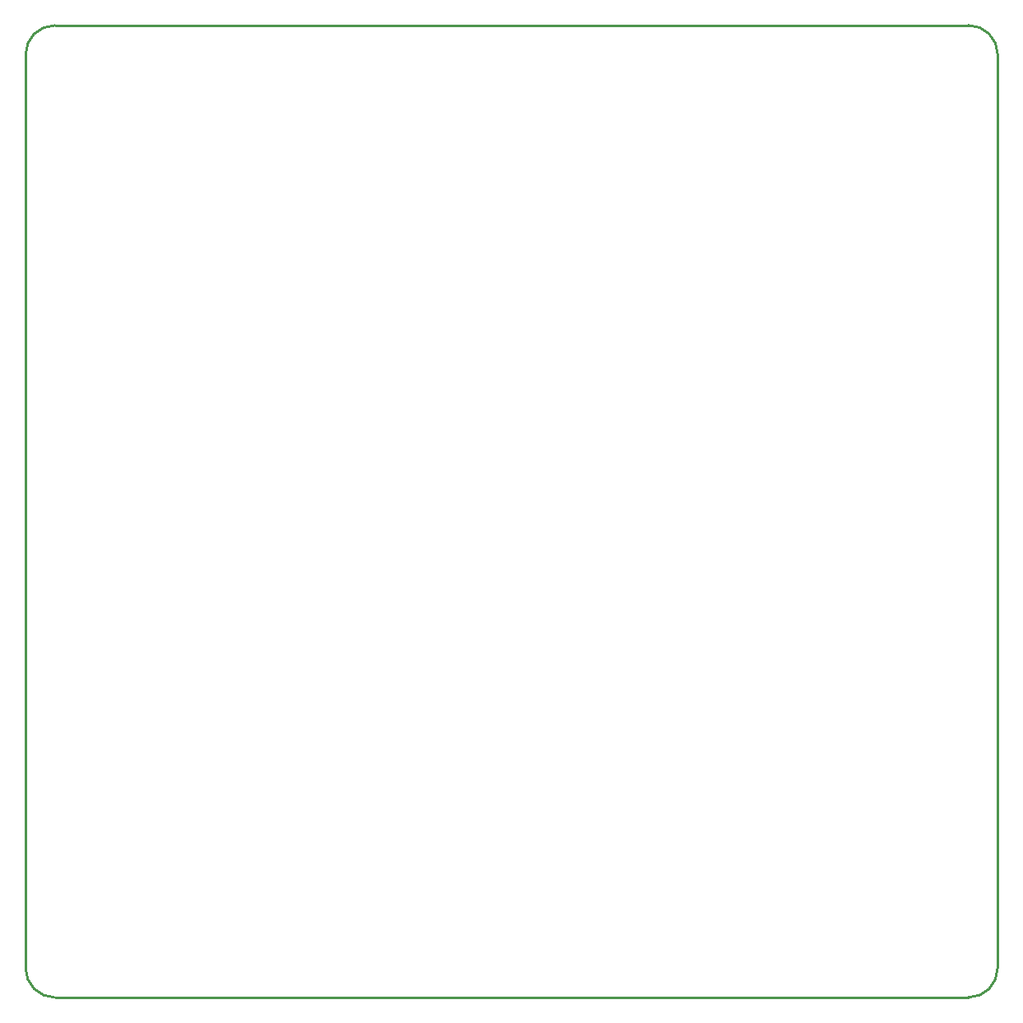
<source format=gko>
G04 Layer: BoardOutlineLayer*
G04 EasyEDA Pro v2.2.40.8, 2025-08-06 11:59:20*
G04 Gerber Generator version 0.3*
G04 Scale: 100 percent, Rotated: No, Reflected: No*
G04 Dimensions in millimeters*
G04 Leading zeros omitted, absolute positions, 4 integers and 5 decimals*
G04 Generated by one-click*
%FSLAX45Y45*%
%MOMM*%
%ADD10C,0.254*%
%ADD11C,0.2804*%
G75*


G04 Rect Start*
G54D10*
G01X0Y-9700000D02*
G01X0Y-300000D01*
G02X300000Y0I300000J0D01*
G01X9700000Y0D01*
G02X10000000Y-300000I0J-300000D01*
G01X10000000Y-9700000D01*
G02X9700000Y-10000000I-300000J0D01*
G01X300000Y-10000000D01*
G02X0Y-9700000I0J300000D01*
G04 Rect End*

M02*


</source>
